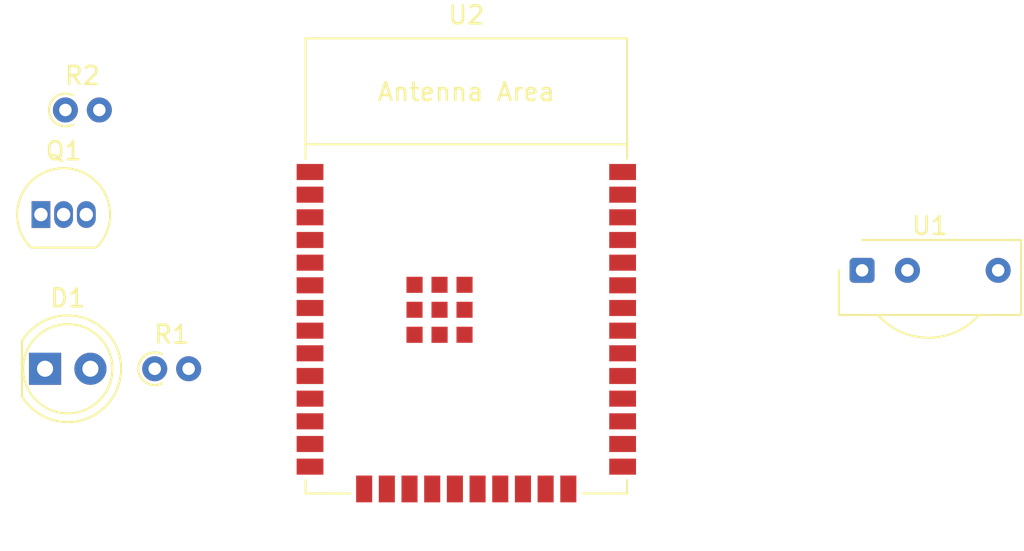
<source format=kicad_pcb>
(kicad_pcb (version 20241229) (generator "pcbnew") (generator_version "9.0")
  (layers (0 "F.Cu" signal) (2 "B.Cu" signal) (13 "F.Paste" user) (15 "B.Paste" user) (5 "F.SilkS" user "F.Silkscreen") (7 "B.SilkS" user "B.Silkscreen") (1 "F.Mask" user) (3 "B.Mask" user) (25 "Edge.Cuts" user))
  (net 0 "")
  (net 1 "+5V")
  (net 2 "Net-(D1-A)")
  (net 3 "Net-(U2-IO14)")
  (net 4 "Net-(Q1-B)")
  (net 5 "GND")
  (net 6 "Net-(D1-K)")
  (net 28 "Net-(U1-OUT)")
  (net 40 "+3V3")
  (footprint "LED_THT:LED_D5.0mm_IRGrey" (layer "F.Cu") (at 31.46 50.5)
    (property "Reference" "D1" (at 1.27 -3.96 0) (layer "F.SilkS"))
    (property "Value" "IR333CH2")
    (fp_line (start -1.29 -1.545) (end -1.29 1.545) (stroke (width 0.12)) (layer "F.SilkS"))
    (fp_arc (start -1.29 -1.54483) (mid 2.071779 -2.880495) (end 4.26 0) (stroke (width 0.12)) (layer "F.SilkS"))
    (fp_arc (start 4.26 0) (mid 2.071779 2.880495) (end -1.29 1.54483) (stroke (width 0.12)) (layer "F.SilkS"))
    (fp_circle (center 1.27 0) (end 3.77 0) (stroke (width 0.12)) (fill no) (layer "F.SilkS"))
    (pad "1" thru_hole rect (at 0 0) (size 1.8 1.8) (drill 0.9) (layers "*.Cu" "*.Mask") (net 6 "Net-(D1-K)"))
    (pad "2" thru_hole circle (at 2.54 0) (size 1.8 1.8) (drill 0.9) (layers "*.Cu" "*.Mask") (net 2 "Net-(D1-A)"))
  )
  (footprint "Package_TO_SOT_THT:TO-92_Inline" (layer "F.Cu") (at 31.23 41.86)
    (property "Reference" "Q1" (at 1.27 -3.56 0) (layer "F.SilkS"))
    (property "Value" "BC548")
    (fp_line (start -0.53 1.85) (end 3.07 1.85) (stroke (width 0.12)) (layer "F.SilkS"))
    (fp_arc (start -0.568478 1.838478) (mid -1.132087 -0.994977) (end 1.27 -2.6) (stroke (width 0.12)) (layer "F.SilkS"))
    (fp_arc (start 1.27 -2.6) (mid 3.672087 -0.994977) (end 3.108478 1.838478) (stroke (width 0.12)) (layer "F.SilkS"))
    (pad "1" thru_hole rect (at 0 0) (size 1.05 1.5) (drill 0.75) (layers "*.Cu" "*.Mask") (net 6 "Net-(D1-K)"))
    (pad "2" thru_hole oval (at 1.27 0) (size 1.05 1.5) (drill 0.75) (layers "*.Cu" "*.Mask") (net 4 "Net-(Q1-B)"))
    (pad "3" thru_hole oval (at 2.54 0) (size 1.05 1.5) (drill 0.75) (layers "*.Cu" "*.Mask") (net 5 "GND"))
  )
  (footprint "Resistor_THT:R_Axial_DIN0204_L3.6mm_D1.6mm_P1.90mm_Vertical" (layer "F.Cu") (at 32.6 36)
    (property "Reference" "R2" (at 0.95 -1.92 0) (layer "F.SilkS"))
    (property "Value" "10K")
    (fp_arc (start 0.417133 0.82) (mid -0.92 0) (end 0.417133 -0.82) (stroke (width 0.12)) (layer "F.SilkS"))
    (pad "1" thru_hole circle (at 0 0) (size 1.4 1.4) (drill 0.7) (layers "*.Cu" "*.Mask") (net 3 "Net-(U2-IO14)"))
    (pad "2" thru_hole circle (at 1.9 0) (size 1.4 1.4) (drill 0.7) (layers "*.Cu" "*.Mask") (net 4 "Net-(Q1-B)"))
  )
  (footprint "Resistor_THT:R_Axial_DIN0204_L3.6mm_D1.6mm_P1.90mm_Vertical" (layer "F.Cu") (at 37.6 50.5)
    (property "Reference" "R1" (at 0.95 -1.92 0) (layer "F.SilkS"))
    (property "Value" "220")
    (fp_arc (start 0.417133 0.82) (mid -0.92 0) (end 0.417133 -0.82) (stroke (width 0.12)) (layer "F.SilkS"))
    (pad "1" thru_hole circle (at 0 0) (size 1.4 1.4) (drill 0.7) (layers "*.Cu" "*.Mask") (net 1 "+5V"))
    (pad "2" thru_hole circle (at 1.9 0) (size 1.4 1.4) (drill 0.7) (layers "*.Cu" "*.Mask") (net 2 "Net-(D1-A)"))
  )
  (footprint "PCM_Espressif:ESP32-WROOM-32E" (layer "F.Cu") (at 55.045 46.485)
    (property "Reference" "U2" (at 0 -15.8 0) (layer "F.SilkS"))
    (property "Value" "ESP32-WROOM-32D")
    (fp_line (start -9 -14.5) (end -9 -7.75) (stroke (width 0.12)) (layer "F.SilkS"))
    (fp_line (start -9 -14.5) (end 9 -14.5) (stroke (width 0.12)) (layer "F.SilkS"))
    (fp_line (start -9 10.25) (end -9 11) (stroke (width 0.12)) (layer "F.SilkS"))
    (fp_line (start -9 11) (end -8.25 11) (stroke (width 0.12)) (layer "F.SilkS"))
    (fp_line (start -8.25 11) (end -6.5 11) (stroke (width 0.12)) (layer "F.SilkS"))
    (fp_line (start 8.25 11) (end 6.5 11) (stroke (width 0.12)) (layer "F.SilkS"))
    (fp_line (start 9 -14.5) (end 9 -7.75) (stroke (width 0.12)) (layer "F.SilkS"))
    (fp_line (start 9 -8.56) (end -9 -8.56) (stroke (width 0.12)) (layer "F.SilkS"))
    (fp_line (start 9 10.25) (end 9 11) (stroke (width 0.12)) (layer "F.SilkS"))
    (fp_line (start 9 11) (end 8.25 11) (stroke (width 0.12)) (layer "F.SilkS"))
    (fp_text user "Antenna Area" (at 0 -11.5 0) (layer "F.SilkS"))
    (pad "1" smd rect (at -8.75 -7.01) (size 1.5 0.9) (layers "F.Cu" "F.Mask" "F.Paste") (net 5 "GND"))
    (pad "2" smd rect (at -8.75 -5.74) (size 1.5 0.9) (layers "F.Cu" "F.Mask" "F.Paste") (net 1 "+5V"))
    (pad "3" smd rect (at -8.75 -4.47) (size 1.5 0.9) (layers "F.Cu" "F.Mask" "F.Paste"))
    (pad "4" smd rect (at -8.75 -3.2) (size 1.5 0.9) (layers "F.Cu" "F.Mask" "F.Paste"))
    (pad "5" smd rect (at -8.75 -1.93) (size 1.5 0.9) (layers "F.Cu" "F.Mask" "F.Paste"))
    (pad "6" smd rect (at -8.75 -0.66) (size 1.5 0.9) (layers "F.Cu" "F.Mask" "F.Paste"))
    (pad "7" smd rect (at -8.75 0.61) (size 1.5 0.9) (layers "F.Cu" "F.Mask" "F.Paste"))
    (pad "8" smd rect (at -8.75 1.88) (size 1.5 0.9) (layers "F.Cu" "F.Mask" "F.Paste"))
    (pad "9" smd rect (at -8.75 3.15) (size 1.5 0.9) (layers "F.Cu" "F.Mask" "F.Paste"))
    (pad "10" smd rect (at -8.75 4.42) (size 1.5 0.9) (layers "F.Cu" "F.Mask" "F.Paste"))
    (pad "11" smd rect (at -8.75 5.69) (size 1.5 0.9) (layers "F.Cu" "F.Mask" "F.Paste"))
    (pad "12" smd rect (at -8.75 6.96) (size 1.5 0.9) (layers "F.Cu" "F.Mask" "F.Paste"))
    (pad "13" smd rect (at -8.75 8.23) (size 1.5 0.9) (layers "F.Cu" "F.Mask" "F.Paste") (net 3 "Net-(U2-IO14)"))
    (pad "14" smd rect (at -8.75 9.5) (size 1.5 0.9) (layers "F.Cu" "F.Mask" "F.Paste"))
    (pad "15" smd rect (at -5.72 10.75 90) (size 1.5 0.9) (layers "F.Cu" "F.Mask" "F.Paste") (net 5 "GND"))
    (pad "16" smd rect (at -4.45 10.75 90) (size 1.5 0.9) (layers "F.Cu" "F.Mask" "F.Paste"))
    (pad "17" smd rect (at -3.18 10.75 90) (size 1.5 0.9) (layers "F.Cu" "F.Mask" "F.Paste"))
    (pad "18" smd rect (at -1.91 10.75 90) (size 1.5 0.9) (layers "F.Cu" "F.Mask" "F.Paste"))
    (pad "19" smd rect (at -0.64 10.75 90) (size 1.5 0.9) (layers "F.Cu" "F.Mask" "F.Paste"))
    (pad "20" smd rect (at 0.63 10.75 90) (size 1.5 0.9) (layers "F.Cu" "F.Mask" "F.Paste"))
    (pad "21" smd rect (at 1.9 10.75 90) (size 1.5 0.9) (layers "F.Cu" "F.Mask" "F.Paste"))
    (pad "22" smd rect (at 3.17 10.75 90) (size 1.5 0.9) (layers "F.Cu" "F.Mask" "F.Paste"))
    (pad "23" smd rect (at 4.44 10.75 90) (size 1.5 0.9) (layers "F.Cu" "F.Mask" "F.Paste"))
    (pad "24" smd rect (at 5.71 10.75 90) (size 1.5 0.9) (layers "F.Cu" "F.Mask" "F.Paste"))
    (pad "25" smd rect (at 8.75 9.5 180) (size 1.5 0.9) (layers "F.Cu" "F.Mask" "F.Paste"))
    (pad "26" smd rect (at 8.75 8.23 180) (size 1.5 0.9) (layers "F.Cu" "F.Mask" "F.Paste") (net 28 "Net-(U1-OUT)"))
    (pad "27" smd rect (at 8.75 6.96 180) (size 1.5 0.9) (layers "F.Cu" "F.Mask" "F.Paste"))
    (pad "28" smd rect (at 8.75 5.69 180) (size 1.5 0.9) (layers "F.Cu" "F.Mask" "F.Paste"))
    (pad "29" smd rect (at 8.75 4.42 180) (size 1.5 0.9) (layers "F.Cu" "F.Mask" "F.Paste"))
    (pad "30" smd rect (at 8.75 3.15 180) (size 1.5 0.9) (layers "F.Cu" "F.Mask" "F.Paste"))
    (pad "31" smd rect (at 8.75 1.88 180) (size 1.5 0.9) (layers "F.Cu" "F.Mask" "F.Paste"))
    (pad "32" smd rect (at 8.75 0.61 180) (size 1.5 0.9) (layers "F.Cu" "F.Mask" "F.Paste"))
    (pad "33" smd rect (at 8.75 -0.66 180) (size 1.5 0.9) (layers "F.Cu" "F.Mask" "F.Paste"))
    (pad "34" smd rect (at 8.75 -1.93 180) (size 1.5 0.9) (layers "F.Cu" "F.Mask" "F.Paste"))
    (pad "35" smd rect (at 8.75 -3.2 180) (size 1.5 0.9) (layers "F.Cu" "F.Mask" "F.Paste"))
    (pad "36" smd rect (at 8.75 -4.47 180) (size 1.5 0.9) (layers "F.Cu" "F.Mask" "F.Paste"))
    (pad "37" smd rect (at 8.75 -5.74 180) (size 1.5 0.9) (layers "F.Cu" "F.Mask" "F.Paste"))
    (pad "38" smd rect (at 8.75 -7.01 180) (size 1.5 0.9) (layers "F.Cu" "F.Mask" "F.Paste") (net 5 "GND"))
    (pad "39" smd rect (at -2.9 -0.69 180) (size 0.9 0.9) (layers "F.Cu" "F.Mask" "F.Paste") (net 5 "GND"))
    (pad "39" smd rect (at -2.9 -0.69 180) (size 0.9 0.9) (layers "F.Cu" "F.Mask" "F.Paste") (net 5 "GND"))
    (pad "39" smd rect (at -2.9 0.71 180) (size 0.9 0.9) (layers "F.Cu" "F.Mask" "F.Paste") (net 5 "GND"))
    (pad "39" smd rect (at -2.9 2.11 180) (size 0.9 0.9) (layers "F.Cu" "F.Mask" "F.Paste") (net 5 "GND"))
    (pad "39" smd rect (at -2.9 2.11 180) (size 0.9 0.9) (layers "F.Cu" "F.Mask" "F.Paste") (net 5 "GND"))
    (pad "39" smd rect (at -1.5 -0.69 180) (size 0.9 0.9) (layers "F.Cu" "F.Mask" "F.Paste") (net 5 "GND"))
    (pad "39" smd rect (at -1.5 0.71 180) (size 0.9 0.9) (layers "F.Cu" "F.Mask" "F.Paste") (net 5 "GND"))
    (pad "39" smd rect (at -1.5 2.11 180) (size 0.9 0.9) (layers "F.Cu" "F.Mask" "F.Paste") (net 5 "GND"))
    (pad "39" smd rect (at -1.5 2.11 180) (size 0.9 0.9) (layers "F.Cu" "F.Mask" "F.Paste") (net 5 "GND"))
    (pad "39" smd rect (at -0.1 -0.69 180) (size 0.9 0.9) (layers "F.Cu" "F.Mask" "F.Paste") (net 5 "GND"))
    (pad "39" smd rect (at -0.1 0.71 180) (size 0.9 0.9) (layers "F.Cu" "F.Mask" "F.Paste") (net 5 "GND"))
    (pad "39" smd rect (at -0.1 2.11 180) (size 0.9 0.9) (layers "F.Cu" "F.Mask" "F.Paste") (net 5 "GND"))
  )
  (footprint "OptoDevice:Vishay_CAST-3Pin" (layer "F.Cu") (at 77.2 44.985)
    (property "Reference" "U1" (at 3.8 -2.5 0) (layer "F.SilkS"))
    (property "Value" "TSOP17xx")
    (fp_line (start -1.3 0) (end -1.3 2.5) (stroke (width 0.12)) (layer "F.SilkS"))
    (fp_line (start -1.3 2.5) (end 0.9 2.5) (stroke (width 0.12)) (layer "F.SilkS"))
    (fp_line (start 0.9 2.5) (end 6.6 2.5) (stroke (width 0.12)) (layer "F.SilkS"))
    (fp_line (start 6.5 2.5) (end 8.9 2.5) (stroke (width 0.12)) (layer "F.SilkS"))
    (fp_line (start 8.9 -1.7) (end 0 -1.7) (stroke (width 0.12)) (layer "F.SilkS"))
    (fp_line (start 8.9 2.5) (end 8.9 -1.7) (stroke (width 0.12)) (layer "F.SilkS"))
    (fp_arc (start 6.55 2.5) (mid 3.722825 3.776095) (end 0.893744 2.504232) (stroke (width 0.12)) (layer "F.SilkS"))
    (pad "1" thru_hole roundrect (at 0 0) (size 1.4 1.4) (drill 0.7) (layers "*.Cu" "*.Mask") (roundrect_rratio 0.178) (net 5 "GND"))
    (pad "2" thru_hole circle (at 2.54 0) (size 1.4 1.4) (drill 0.7) (layers "*.Cu" "*.Mask") (net 40 "+3V3"))
    (pad "3" thru_hole circle (at 7.62 0) (size 1.4 1.4) (drill 0.7) (layers "*.Cu" "*.Mask") (net 28 "Net-(U1-OUT)"))
  )
)
</source>
